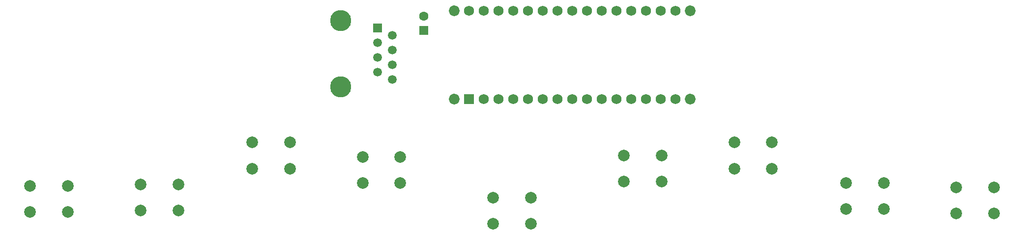
<source format=gbr>
%TF.GenerationSoftware,KiCad,Pcbnew,(6.0.7)*%
%TF.CreationDate,2022-10-09T17:55:30-05:00*%
%TF.ProjectId,FieldBangerPCB,4669656c-6442-4616-9e67-65725043422e,rev?*%
%TF.SameCoordinates,Original*%
%TF.FileFunction,Soldermask,Top*%
%TF.FilePolarity,Negative*%
%FSLAX46Y46*%
G04 Gerber Fmt 4.6, Leading zero omitted, Abs format (unit mm)*
G04 Created by KiCad (PCBNEW (6.0.7)) date 2022-10-09 17:55:30*
%MOMM*%
%LPD*%
G01*
G04 APERTURE LIST*
%ADD10R,1.600000X1.600000*%
%ADD11C,1.600000*%
%ADD12C,2.000000*%
%ADD13C,1.850000*%
%ADD14C,1.727200*%
%ADD15R,1.727200X1.727200*%
%ADD16C,3.650000*%
%ADD17R,1.500000X1.500000*%
%ADD18C,1.500000*%
G04 APERTURE END LIST*
D10*
%TO.C,C1*%
X113250000Y-41682379D03*
D11*
X113250000Y-39182379D03*
%TD*%
D12*
%TO.C,SW4*%
X166750000Y-61000000D03*
X173250000Y-61000000D03*
X173250000Y-65500000D03*
X166750000Y-65500000D03*
%TD*%
D13*
%TO.C,XA1*%
X159150000Y-53490000D03*
X159150000Y-38250000D03*
X118510000Y-38250000D03*
X118510000Y-53490000D03*
D14*
X154070000Y-38250000D03*
X128670000Y-38250000D03*
X148990000Y-38250000D03*
X146450000Y-38250000D03*
X143910000Y-38250000D03*
X141370000Y-38250000D03*
X138830000Y-38250000D03*
X136290000Y-38250000D03*
X133750000Y-38250000D03*
X131210000Y-38250000D03*
X151530000Y-38250000D03*
X123590000Y-53490000D03*
D15*
X121050000Y-53490000D03*
D14*
X131210000Y-53490000D03*
X133750000Y-53490000D03*
X136290000Y-53490000D03*
X138830000Y-53490000D03*
X141370000Y-53490000D03*
X143910000Y-53490000D03*
X146450000Y-53490000D03*
X148990000Y-53490000D03*
X151530000Y-53490000D03*
X154070000Y-53490000D03*
X156610000Y-53490000D03*
X156610000Y-38250000D03*
X128670000Y-53490000D03*
X123590000Y-38250000D03*
X126130000Y-53490000D03*
X126130000Y-38250000D03*
X121050000Y-38250000D03*
%TD*%
D12*
%TO.C,SW5*%
X205000000Y-68750000D03*
X211500000Y-68750000D03*
X205000000Y-73250000D03*
X211500000Y-73250000D03*
%TD*%
%TO.C,SW8*%
X154250000Y-63250000D03*
X147750000Y-63250000D03*
X147750000Y-67750000D03*
X154250000Y-67750000D03*
%TD*%
%TO.C,SW9*%
X192500000Y-68000000D03*
X186000000Y-68000000D03*
X186000000Y-72500000D03*
X192500000Y-72500000D03*
%TD*%
D16*
%TO.C,J1*%
X99000000Y-51430000D03*
X99000000Y-40000000D03*
D17*
X105350000Y-41270000D03*
D18*
X107890000Y-42540000D03*
X105350000Y-43810000D03*
X107890000Y-45080000D03*
X105350000Y-46350000D03*
X107890000Y-47620000D03*
X105350000Y-48890000D03*
X107890000Y-50160000D03*
%TD*%
D12*
%TO.C,SW3*%
X125250000Y-70500000D03*
X131750000Y-70500000D03*
X131750000Y-75000000D03*
X125250000Y-75000000D03*
%TD*%
%TO.C,SW6*%
X71000000Y-68250000D03*
X64500000Y-68250000D03*
X64500000Y-72750000D03*
X71000000Y-72750000D03*
%TD*%
%TO.C,SW2*%
X83750000Y-61000000D03*
X90250000Y-61000000D03*
X90250000Y-65500000D03*
X83750000Y-65500000D03*
%TD*%
%TO.C,SW7*%
X109250000Y-63500000D03*
X102750000Y-63500000D03*
X109250000Y-68000000D03*
X102750000Y-68000000D03*
%TD*%
%TO.C,SW1*%
X52000000Y-68500000D03*
X45500000Y-68500000D03*
X45500000Y-73000000D03*
X52000000Y-73000000D03*
%TD*%
M02*

</source>
